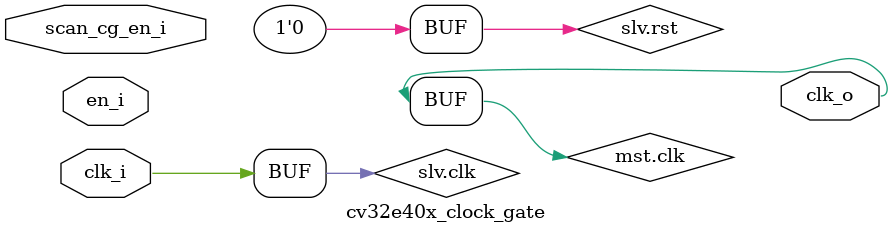
<source format=sv>
module cv32e40x_clock_gate #(
    parameter LIB = 0
) (
    input  logic clk_i,
    input  logic en_i,
    input  logic scan_cg_en_i,
    output logic clk_o
);

    ADAM_SEQ slv ();
    ADAM_SEQ mst ();

    assign slv.clk = clk_i;
    assign slv.rst = '0;

    assign clk_o = mst.clk;

    adam_clk_gate adam_clk_gate (
        .slv (slv),
        .mst (mst),

        .enable (en_i)
    );

endmodule


</source>
